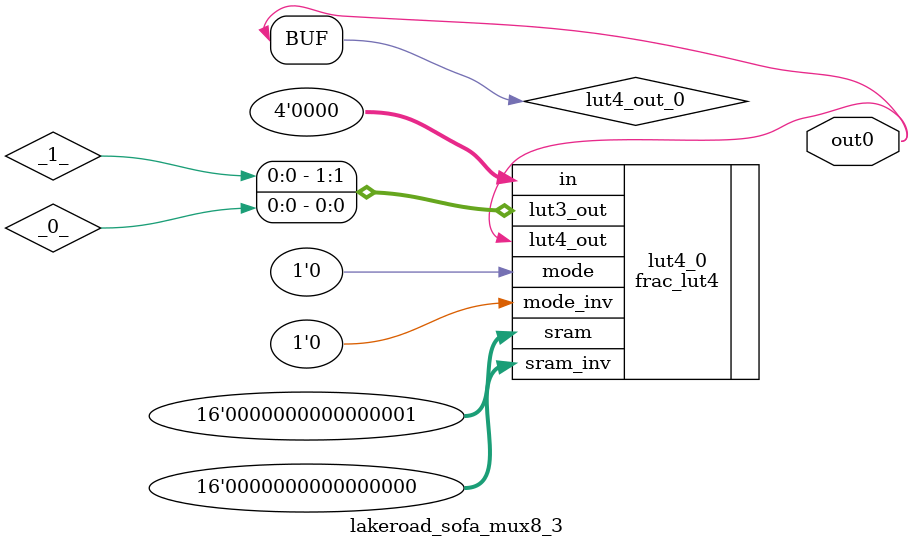
<source format=v>

/* Generated by Yosys 0.19 (git sha1 a45c131b37c, clang 13.1.6 -fPIC -Os) */

module lakeroad_sofa_mux8_3(out0);
  wire _0_;
  wire _1_;
  wire lut4_out_0;
  output out0;
  wire out0;
  frac_lut4 lut4_0 (
    .in(4'h0),
    .lut3_out({ _1_, _0_ }),
    .lut4_out(out0),
    .mode(1'h0),
    .mode_inv(1'h0),
    .sram(16'h0001),
    .sram_inv(16'h0000)
  );
  assign lut4_out_0 = out0;
endmodule


</source>
